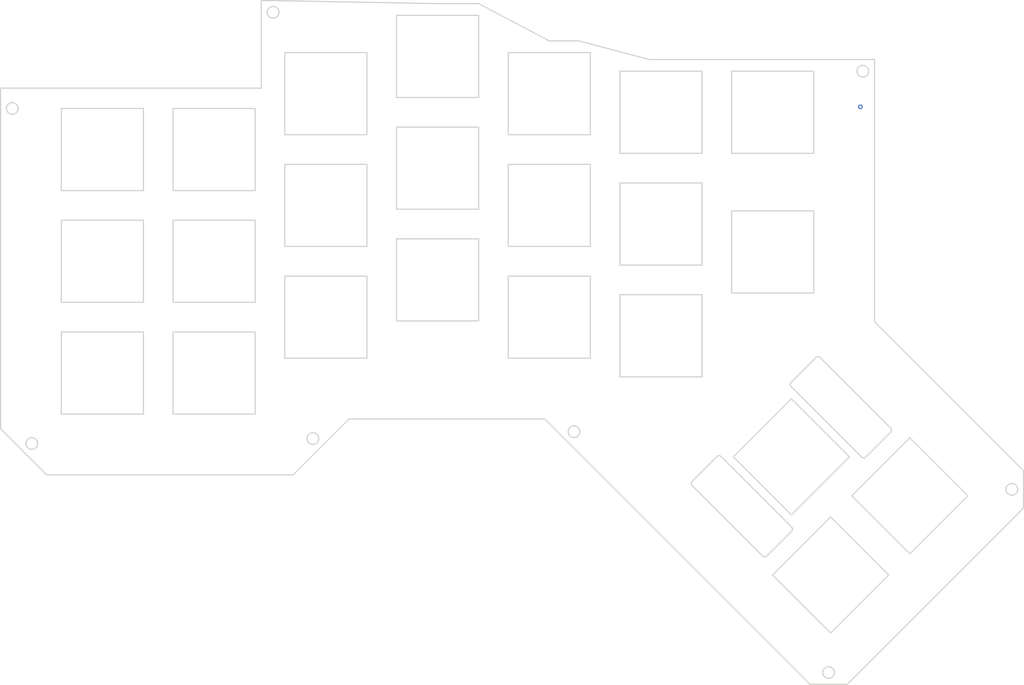
<source format=kicad_pcb>
(kicad_pcb (version 20171130) (host pcbnew "(5.1.5)-3")

  (general
    (thickness 1.6)
    (drawings 136)
    (tracks 1)
    (zones 0)
    (modules 0)
    (nets 1)
  )

  (page A4)
  (layers
    (0 F.Cu signal)
    (31 B.Cu signal)
    (32 B.Adhes user)
    (33 F.Adhes user)
    (34 B.Paste user)
    (35 F.Paste user)
    (36 B.SilkS user)
    (37 F.SilkS user)
    (38 B.Mask user)
    (39 F.Mask user)
    (40 Dwgs.User user)
    (41 Cmts.User user)
    (42 Eco1.User user)
    (43 Eco2.User user)
    (44 Edge.Cuts user)
    (45 Margin user)
    (46 B.CrtYd user)
    (47 F.CrtYd user)
    (48 B.Fab user)
    (49 F.Fab user)
  )

  (setup
    (last_trace_width 0.25)
    (trace_clearance 0.2)
    (zone_clearance 0.508)
    (zone_45_only no)
    (trace_min 0.2)
    (via_size 0.8)
    (via_drill 0.4)
    (via_min_size 0.4)
    (via_min_drill 0.3)
    (uvia_size 0.3)
    (uvia_drill 0.1)
    (uvias_allowed no)
    (uvia_min_size 0.2)
    (uvia_min_drill 0.1)
    (edge_width 0.05)
    (segment_width 0.2)
    (pcb_text_width 0.3)
    (pcb_text_size 1.5 1.5)
    (mod_edge_width 0.12)
    (mod_text_size 1 1)
    (mod_text_width 0.15)
    (pad_size 1.524 1.524)
    (pad_drill 0.762)
    (pad_to_mask_clearance 0.051)
    (solder_mask_min_width 0.25)
    (aux_axis_origin 0 0)
    (visible_elements 7FFFFFFF)
    (pcbplotparams
      (layerselection 0x010fc_ffffffff)
      (usegerberextensions false)
      (usegerberattributes false)
      (usegerberadvancedattributes false)
      (creategerberjobfile false)
      (excludeedgelayer true)
      (linewidth 0.100000)
      (plotframeref false)
      (viasonmask false)
      (mode 1)
      (useauxorigin false)
      (hpglpennumber 1)
      (hpglpenspeed 20)
      (hpglpendiameter 15.000000)
      (psnegative false)
      (psa4output false)
      (plotreference true)
      (plotvalue true)
      (plotinvisibletext false)
      (padsonsilk false)
      (subtractmaskfromsilk false)
      (outputformat 1)
      (mirror false)
      (drillshape 0)
      (scaleselection 1)
      (outputdirectory "manu/"))
  )

  (net 0 "")

  (net_class Default "This is the default net class."
    (clearance 0.2)
    (trace_width 0.25)
    (via_dia 0.8)
    (via_drill 0.4)
    (uvia_dia 0.3)
    (uvia_drill 0.1)
  )

  (gr_line (start 189.199999 61.11875) (end 203.2 61.11875) (layer Edge.Cuts) (width 0.2))
  (gr_line (start 206.06875 123.113004) (end 196.169254 133.0125) (layer Edge.Cuts) (width 0.2))
  (gr_line (start 93.949999 105.56875) (end 107.95 105.56875) (layer Edge.Cuts) (width 0.2))
  (gr_line (start 127 96.04375) (end 127 82.043749) (layer Edge.Cuts) (width 0.2))
  (gr_line (start 203.2 61.11875) (end 203.2 47.118749) (layer Edge.Cuts) (width 0.2))
  (gr_line (start 107.95 105.56875) (end 107.95 91.568749) (layer Edge.Cuts) (width 0.2))
  (gr_line (start 206.06875 142.911995) (end 215.968245 133.0125) (layer Edge.Cuts) (width 0.2))
  (gr_line (start 229.468245 119.5125) (end 219.56875 109.613004) (layer Edge.Cuts) (width 0.2))
  (gr_line (start 165.1 62.993749) (end 151.099999 62.993749) (layer Edge.Cuts) (width 0.2))
  (gr_line (start 196.169254 133.0125) (end 206.06875 142.911995) (layer Edge.Cuts) (width 0.2))
  (gr_line (start 112.999999 96.04375) (end 127 96.04375) (layer Edge.Cuts) (width 0.2))
  (gr_line (start 151.099999 76.99375) (end 165.1 76.99375) (layer Edge.Cuts) (width 0.2))
  (gr_line (start 189.199999 47.118749) (end 189.199999 61.11875) (layer Edge.Cuts) (width 0.2))
  (gr_line (start 107.95 91.568749) (end 93.949999 91.568749) (layer Edge.Cuts) (width 0.2))
  (gr_line (start 127 82.043749) (end 112.999999 82.043749) (layer Edge.Cuts) (width 0.2))
  (gr_line (start 203.2 47.118749) (end 189.199999 47.118749) (layer Edge.Cuts) (width 0.2))
  (gr_line (start 112.999999 82.043749) (end 112.999999 96.04375) (layer Edge.Cuts) (width 0.2))
  (gr_line (start 215.968245 133.0125) (end 206.06875 123.113004) (layer Edge.Cuts) (width 0.2))
  (gr_line (start 151.099999 62.993749) (end 151.099999 76.99375) (layer Edge.Cuts) (width 0.2))
  (gr_line (start 165.1 76.99375) (end 165.1 62.993749) (layer Edge.Cuts) (width 0.2))
  (gr_line (start 93.949999 91.568749) (end 93.949999 105.56875) (layer Edge.Cuts) (width 0.2))
  (gr_line (start 123.96875 106.403749) (end 114.44375 115.928749) (layer Edge.Cuts) (width 0.2))
  (gr_line (start 238.96 121.587499) (end 208.9 151.6475) (layer Edge.Cuts) (width 0.2))
  (gr_line (start 199.41884 125.540331) (end 195.176199 129.782972) (layer Edge.Cuts) (width 0.2))
  (gr_arc (start 211.705528 112.546537) (end 211.351974 112.90009) (angle -90) (layer Edge.Cuts) (width 0.2))
  (gr_line (start 202.55 151.6475) (end 157.30625 106.403749) (layer Edge.Cuts) (width 0.2))
  (gr_line (start 194.469093 129.782972) (end 182.448277 117.762156) (layer Edge.Cuts) (width 0.2))
  (gr_line (start 208.9 151.6475) (end 202.55 151.6475) (layer Edge.Cuts) (width 0.2))
  (gr_line (start 238.96 115.237499) (end 238.96 121.587499) (layer Edge.Cuts) (width 0.2))
  (gr_line (start 163.1 41.943749) (end 175.15 45.118749) (layer Edge.Cuts) (width 0.2))
  (gr_line (start 213.56 45.118749) (end 213.56 89.837499) (layer Edge.Cuts) (width 0.2))
  (gr_line (start 182.448277 117.05505) (end 186.690918 112.812409) (layer Edge.Cuts) (width 0.2))
  (gr_arc (start 199.065287 125.186778) (end 199.41884 125.540331) (angle -90) (layer Edge.Cuts) (width 0.2))
  (gr_arc (start 199.684712 100.525721) (end 199.331159 100.172168) (angle -90) (layer Edge.Cuts) (width 0.2))
  (gr_line (start 211.351974 112.90009) (end 199.331159 100.879275) (layer Edge.Cuts) (width 0.2))
  (gr_circle (center 162.314495 108.583568) (end 163.314495 108.583568) (layer Edge.Cuts) (width 0.2))
  (gr_circle (center 69.871713 110.597036) (end 70.871713 110.597036) (layer Edge.Cuts) (width 0.2))
  (gr_circle (center 236.96 118.412499) (end 237.96 118.412499) (layer Edge.Cuts) (width 0.2))
  (gr_arc (start 194.822646 129.429418) (end 194.469093 129.782972) (angle -90) (layer Edge.Cuts) (width 0.2))
  (gr_line (start 216.301722 108.657449) (end 212.059081 112.90009) (layer Edge.Cuts) (width 0.2))
  (gr_circle (center 110.999999 37.071079) (end 111.999999 37.071079) (layer Edge.Cuts) (width 0.2))
  (gr_line (start 204.280906 95.929527) (end 216.301722 107.950343) (layer Edge.Cuts) (width 0.2))
  (gr_line (start 213.56 89.837499) (end 238.96 115.237499) (layer Edge.Cuts) (width 0.2))
  (gr_line (start 175.15 45.118749) (end 213.56 45.118749) (layer Edge.Cuts) (width 0.2))
  (gr_line (start 187.398025 112.812409) (end 199.41884 124.833224) (layer Edge.Cuts) (width 0.2))
  (gr_arc (start 215.948168 108.303896) (end 216.301722 108.657449) (angle -90) (layer Edge.Cuts) (width 0.2))
  (gr_arc (start 203.927353 96.283081) (end 204.280906 95.929527) (angle -90) (layer Edge.Cuts) (width 0.2))
  (gr_line (start 199.331159 100.172168) (end 203.5738 95.929527) (layer Edge.Cuts) (width 0.2))
  (gr_arc (start 187.044471 113.165962) (end 187.398025 112.812409) (angle -90) (layer Edge.Cuts) (width 0.2))
  (gr_circle (center 66.54 53.468749) (end 67.54 53.468749) (layer Edge.Cuts) (width 0.2))
  (gr_circle (center 211.56 47.118749) (end 212.56 47.118749) (layer Edge.Cuts) (width 0.2))
  (gr_line (start 157.30625 106.403749) (end 123.96875 106.403749) (layer Edge.Cuts) (width 0.2))
  (gr_circle (center 205.725 149.647499) (end 206.725 149.647499) (layer Edge.Cuts) (width 0.2))
  (gr_circle (center 117.792036 109.752036) (end 118.792036 109.752036) (layer Edge.Cuts) (width 0.2))
  (gr_arc (start 182.801831 117.408603) (end 182.448277 117.05505) (angle -90) (layer Edge.Cuts) (width 0.2))
  (gr_line (start 189.199999 70.931249) (end 189.199999 84.93125) (layer Edge.Cuts) (width 0.2))
  (gr_line (start 189.475504 112.85625) (end 199.375 122.755745) (layer Edge.Cuts) (width 0.2))
  (gr_line (start 219.56875 129.411995) (end 229.468245 119.5125) (layer Edge.Cuts) (width 0.2))
  (gr_line (start 219.56875 109.613004) (end 209.669254 119.5125) (layer Edge.Cuts) (width 0.2))
  (gr_line (start 203.2 70.931249) (end 189.199999 70.931249) (layer Edge.Cuts) (width 0.2))
  (gr_line (start 203.2 84.93125) (end 203.2 70.931249) (layer Edge.Cuts) (width 0.2))
  (gr_line (start 189.199999 84.93125) (end 203.2 84.93125) (layer Edge.Cuts) (width 0.2))
  (gr_line (start 184.15 99.21875) (end 184.15 85.218749) (layer Edge.Cuts) (width 0.2))
  (gr_line (start 88.9 67.46875) (end 88.9 53.468749) (layer Edge.Cuts) (width 0.2))
  (gr_line (start 170.149999 99.21875) (end 184.15 99.21875) (layer Edge.Cuts) (width 0.2))
  (gr_line (start 209.669254 119.5125) (end 219.56875 129.411995) (layer Edge.Cuts) (width 0.2))
  (gr_line (start 199.375 122.755745) (end 209.274495 112.85625) (layer Edge.Cuts) (width 0.2))
  (gr_line (start 199.375 102.956754) (end 189.475504 112.85625) (layer Edge.Cuts) (width 0.2))
  (gr_line (start 209.274495 112.85625) (end 199.375 102.956754) (layer Edge.Cuts) (width 0.2))
  (gr_line (start 170.149999 85.218749) (end 170.149999 99.21875) (layer Edge.Cuts) (width 0.2))
  (gr_line (start 184.15 85.218749) (end 170.149999 85.218749) (layer Edge.Cuts) (width 0.2))
  (gr_line (start 74.899999 67.46875) (end 88.9 67.46875) (layer Edge.Cuts) (width 0.2))
  (gr_line (start 112.999999 57.94375) (end 127 57.94375) (layer Edge.Cuts) (width 0.2))
  (gr_line (start 146.05 75.693749) (end 132.049999 75.693749) (layer Edge.Cuts) (width 0.2))
  (gr_line (start 170.149999 66.168749) (end 170.149999 80.16875) (layer Edge.Cuts) (width 0.2))
  (gr_line (start 146.05 89.69375) (end 146.05 75.693749) (layer Edge.Cuts) (width 0.2))
  (gr_line (start 93.949999 72.518749) (end 93.949999 86.51875) (layer Edge.Cuts) (width 0.2))
  (gr_line (start 112.999999 62.993749) (end 112.999999 76.99375) (layer Edge.Cuts) (width 0.2))
  (gr_line (start 146.05 37.593749) (end 132.049999 37.593749) (layer Edge.Cuts) (width 0.2))
  (gr_line (start 132.049999 56.643749) (end 132.049999 70.64375) (layer Edge.Cuts) (width 0.2))
  (gr_line (start 88.9 105.56875) (end 88.9 91.568749) (layer Edge.Cuts) (width 0.2))
  (gr_line (start 165.1 96.04375) (end 165.1 82.043749) (layer Edge.Cuts) (width 0.2))
  (gr_line (start 110.999999 35.071079) (end 139.05 35.593749) (layer Edge.Cuts) (width 0.2))
  (gr_line (start 109 50) (end 108.999999 35.071079) (layer Edge.Cuts) (width 0.2))
  (gr_line (start 93.949999 53.468749) (end 93.949999 67.46875) (layer Edge.Cuts) (width 0.2))
  (gr_line (start 165.1 43.943749) (end 151.099999 43.943749) (layer Edge.Cuts) (width 0.2))
  (gr_line (start 132.049999 37.593749) (end 132.049999 51.59375) (layer Edge.Cuts) (width 0.2))
  (gr_line (start 74.899999 86.51875) (end 88.9 86.51875) (layer Edge.Cuts) (width 0.2))
  (gr_line (start 64.54 50) (end 108.999999 50) (layer Edge.Cuts) (width 0.2))
  (gr_line (start 88.9 86.51875) (end 88.9 72.518749) (layer Edge.Cuts) (width 0.2))
  (gr_line (start 132.049999 70.64375) (end 146.05 70.64375) (layer Edge.Cuts) (width 0.2))
  (gr_line (start 146.05 51.59375) (end 146.05 37.593749) (layer Edge.Cuts) (width 0.2))
  (gr_line (start 151.099999 96.04375) (end 165.1 96.04375) (layer Edge.Cuts) (width 0.2))
  (gr_line (start 88.9 72.518749) (end 74.899999 72.518749) (layer Edge.Cuts) (width 0.2))
  (gr_line (start 88.9 91.568749) (end 74.899999 91.568749) (layer Edge.Cuts) (width 0.2))
  (gr_line (start 170.149999 61.11875) (end 184.15 61.11875) (layer Edge.Cuts) (width 0.2))
  (gr_line (start 132.049999 89.69375) (end 146.05 89.69375) (layer Edge.Cuts) (width 0.2))
  (gr_line (start 127 43.943749) (end 112.999999 43.943749) (layer Edge.Cuts) (width 0.2))
  (gr_line (start 165.1 57.94375) (end 165.1 43.943749) (layer Edge.Cuts) (width 0.2))
  (gr_line (start 184.15 66.168749) (end 170.149999 66.168749) (layer Edge.Cuts) (width 0.2))
  (gr_line (start 74.899999 72.518749) (end 74.899999 86.51875) (layer Edge.Cuts) (width 0.2))
  (gr_line (start 127 57.94375) (end 127 43.943749) (layer Edge.Cuts) (width 0.2))
  (gr_line (start 184.15 47.118749) (end 170.149999 47.118749) (layer Edge.Cuts) (width 0.2))
  (gr_line (start 184.15 80.16875) (end 184.15 66.168749) (layer Edge.Cuts) (width 0.2))
  (gr_line (start 165.1 82.043749) (end 151.099999 82.043749) (layer Edge.Cuts) (width 0.2))
  (gr_line (start 170.149999 80.16875) (end 184.15 80.16875) (layer Edge.Cuts) (width 0.2))
  (gr_line (start 114.44375 115.928749) (end 72.375 115.928749) (layer Edge.Cuts) (width 0.2))
  (gr_line (start 127 76.99375) (end 127 62.993749) (layer Edge.Cuts) (width 0.2))
  (gr_line (start 139.05 35.593749) (end 146.05 35.593749) (layer Edge.Cuts) (width 0.2))
  (gr_line (start 107.95 53.468749) (end 93.949999 53.468749) (layer Edge.Cuts) (width 0.2))
  (gr_line (start 112.999999 43.943749) (end 112.999999 57.94375) (layer Edge.Cuts) (width 0.2))
  (gr_line (start 93.949999 86.51875) (end 107.95 86.51875) (layer Edge.Cuts) (width 0.2))
  (gr_line (start 107.95 72.518749) (end 93.949999 72.518749) (layer Edge.Cuts) (width 0.2))
  (gr_line (start 170.149999 47.118749) (end 170.149999 61.11875) (layer Edge.Cuts) (width 0.2))
  (gr_line (start 93.949999 67.46875) (end 107.95 67.46875) (layer Edge.Cuts) (width 0.2))
  (gr_line (start 146.05 35.593749) (end 158.1 41.943749) (layer Edge.Cuts) (width 0.2))
  (gr_line (start 74.899999 53.468749) (end 74.899999 67.46875) (layer Edge.Cuts) (width 0.2))
  (gr_line (start 112.999999 76.99375) (end 127 76.99375) (layer Edge.Cuts) (width 0.2))
  (gr_line (start 146.05 56.643749) (end 132.049999 56.643749) (layer Edge.Cuts) (width 0.2))
  (gr_line (start 132.049999 75.693749) (end 132.049999 89.69375) (layer Edge.Cuts) (width 0.2))
  (gr_line (start 74.899999 105.56875) (end 88.9 105.56875) (layer Edge.Cuts) (width 0.2))
  (gr_line (start 107.95 86.51875) (end 107.95 72.518749) (layer Edge.Cuts) (width 0.2))
  (gr_line (start 151.099999 57.94375) (end 165.1 57.94375) (layer Edge.Cuts) (width 0.2))
  (gr_line (start 72.375 115.928749) (end 64.54 108.093749) (layer Edge.Cuts) (width 0.2))
  (gr_line (start 107.95 67.46875) (end 107.95 53.468749) (layer Edge.Cuts) (width 0.2))
  (gr_line (start 108.999999 35.071079) (end 110.999999 35.071079) (layer Edge.Cuts) (width 0.2))
  (gr_line (start 132.049999 51.59375) (end 146.05 51.59375) (layer Edge.Cuts) (width 0.2))
  (gr_line (start 158.1 41.943749) (end 163.1 41.943749) (layer Edge.Cuts) (width 0.2))
  (gr_line (start 127 62.993749) (end 112.999999 62.993749) (layer Edge.Cuts) (width 0.2))
  (gr_line (start 151.099999 43.943749) (end 151.099999 57.94375) (layer Edge.Cuts) (width 0.2))
  (gr_line (start 64.54 108.093749) (end 64.54 50) (layer Edge.Cuts) (width 0.2))
  (gr_line (start 88.9 53.468749) (end 74.899999 53.468749) (layer Edge.Cuts) (width 0.2))
  (gr_line (start 146.05 70.64375) (end 146.05 56.643749) (layer Edge.Cuts) (width 0.2))
  (gr_line (start 74.899999 91.568749) (end 74.899999 105.56875) (layer Edge.Cuts) (width 0.2))
  (gr_line (start 151.099999 82.043749) (end 151.099999 96.04375) (layer Edge.Cuts) (width 0.2))
  (gr_line (start 184.15 61.11875) (end 184.15 47.118749) (layer Edge.Cuts) (width 0.2))

  (via (at 211.1375 53.18125) (size 0.8) (drill 0.4) (layers F.Cu B.Cu) (net 0))

)

</source>
